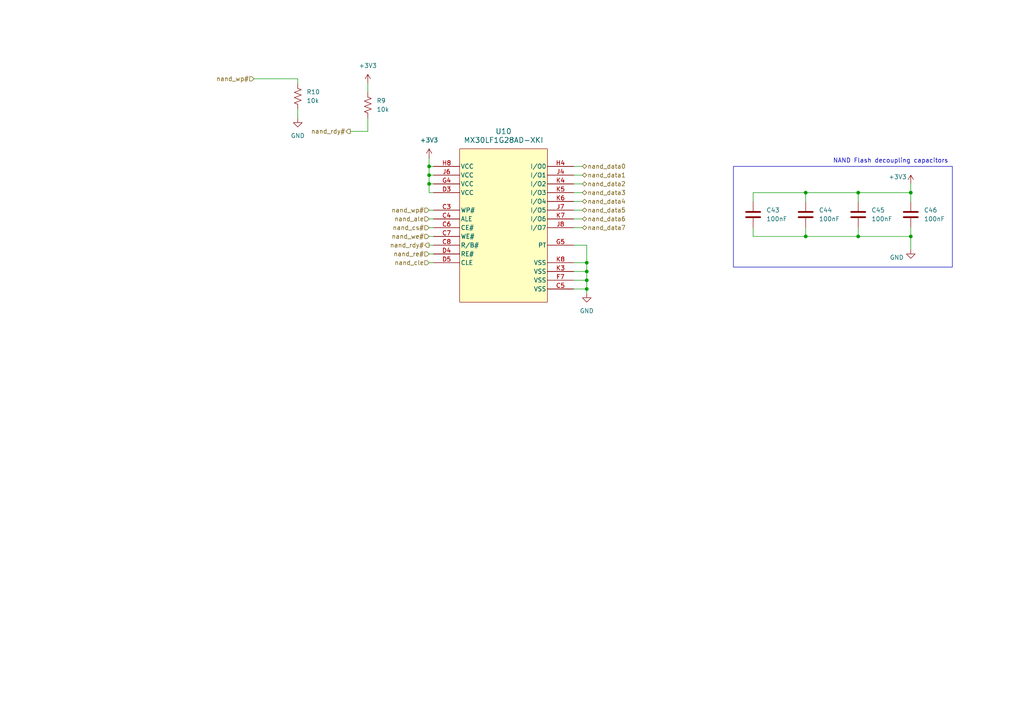
<source format=kicad_sch>
(kicad_sch (version 20250114) (generator "eeschema") (generator_version "9.0")
  (paper "A4")
  (lib_symbols
    (symbol "Device:C" (pin_numbers (hide yes)) (pin_names (offset 0.254))
      (property "Reference" "C" (at 0.635 2.54 0))
      (property "Value" "C" (at 0.635 -2.54 0))
      (symbol "C_0_1"
        (polyline (pts (xy -2.032 0.762) (xy 2.032 0.762)) (stroke (width 0.508)))
        (polyline (pts (xy -2.032 -0.762) (xy 2.032 -0.762)) (stroke (width 0.508)))
      )
      (symbol "C_1_1"
        (pin passive line (at 0 3.81 270) (length 2.794) (name "~") (number "1"))
        (pin passive line (at 0 -3.81 90) (length 2.794) (name "~") (number "2"))
      )
    )
    (symbol "Device:R_US" (pin_numbers (hide yes)) (pin_names (offset 0))
      (property "Reference" "R" (at 2.54 0 90))
      (property "Value" "R_US" (at -2.54 0 90))
      (symbol "R_US_0_1"
        (polyline (pts (xy 0 2.286) (xy 0 2.54)))
        (polyline (pts (xy 0 2.286) (xy 1.016 1.905) (xy 0 1.524) (xy -1.016 1.143) (xy 0 0.762)))
        (polyline (pts (xy 0 0.762) (xy 1.016 0.381) (xy 0 0) (xy -1.016 -0.381) (xy 0 -0.762)))
        (polyline (pts (xy 0 -0.762) (xy 1.016 -1.143) (xy 0 -1.524) (xy -1.016 -1.905) (xy 0 -2.286)))
        (polyline (pts (xy 0 -2.286) (xy 0 -2.54)))
      )
      (symbol "R_US_1_1"
        (pin passive line (at 0 3.81 270) (length 1.27) (name "~") (number "1"))
        (pin passive line (at 0 -3.81 90) (length 1.27) (name "~") (number "2"))
      )
    )
    (symbol "cotti_mem:MX30LF1G28AD-XKI" (pin_names (offset 0.254))
      (property "Reference" "U" (at 19.304 27.178 0))
      (property "Value" "MX30LF1G28AD-XKI" (at 24.384 23.876 0))
      (symbol "MX30LF1G28AD-XKI_0_1"
        (pin power_in line (at -20.32 16.51 0) (length 7.62) (name "VCC") (number "H8"))
        (pin power_in line (at -20.32 13.97 0) (length 7.62) (name "VCC") (number "J6"))
        (pin power_in line (at -20.32 11.43 0) (length 7.62) (name "VCC") (number "G4"))
        (pin power_in line (at -20.32 8.89 0) (length 7.62) (name "VCC") (number "D3"))
        (pin input line (at -20.32 3.81 0) (length 7.62) (name "WP#") (number "C3"))
        (pin input line (at -20.32 1.27 0) (length 7.62) (name "ALE") (number "C4"))
        (pin input line (at -20.32 -1.27 0) (length 7.62) (name "CE#") (number "C6"))
        (pin input line (at -20.32 -3.81 0) (length 7.62) (name "WE#") (number "C7"))
        (pin output line (at -20.32 -6.35 0) (length 7.62) (name "R/B#") (number "C8"))
        (pin input line (at -20.32 -8.89 0) (length 7.62) (name "RE#") (number "D4"))
        (pin input line (at -20.32 -11.43 0) (length 7.62) (name "CLE") (number "D5"))
        (pin no_connect line (at -20.32 -17.78 0) (length 7.62) (hide yes) (name "NC") (number "M9"))
        (pin no_connect line (at -11.43 29.21 270) (length 7.62) (hide yes) (name "NC") (number "M1"))
        (pin no_connect line (at -11.43 -30.48 90) (length 7.62) (hide yes) (name "NC") (number "A1"))
        (pin no_connect line (at -10.16 29.21 270) (length 7.62) (hide yes) (name "NC") (number "L9"))
        (pin no_connect line (at -10.16 -30.48 90) (length 7.62) (hide yes) (name "NC") (number "A10"))
        (pin no_connect line (at -8.89 29.21 270) (length 7.62) (hide yes) (name "NC") (number "L2"))
        (pin no_connect line (at -8.89 -30.48 90) (length 7.62) (hide yes) (name "NC") (number "A2"))
        (pin no_connect line (at -7.62 29.21 270) (length 7.62) (hide yes) (name "NC") (number "L10"))
        (pin no_connect line (at -7.62 -30.48 90) (length 7.62) (hide yes) (name "NC") (number "A9"))
        (pin no_connect line (at -6.35 29.21 270) (length 7.62) (hide yes) (name "NC") (number "E8"))
        (pin no_connect line (at -6.35 -30.48 90) (length 7.62) (hide yes) (name "NC") (number "B1"))
        (pin no_connect line (at -5.08 29.21 270) (length 7.62) (hide yes) (name "NC") (number "F4"))
        (pin no_connect line (at -5.08 -30.48 90) (length 7.62) (hide yes) (name "NC") (number "B10"))
        (pin no_connect line (at -3.81 29.21 270) (length 7.62) (hide yes) (name "NC") (number "F3"))
        (pin no_connect line (at -3.81 -30.48 90) (length 7.62) (hide yes) (name "NC") (number "B9"))
        (pin no_connect line (at -2.54 29.21 270) (length 7.62) (hide yes) (name "NC") (number "F5"))
        (pin no_connect line (at -2.54 -30.48 90) (length 7.62) (hide yes) (name "NC") (number "D6"))
        (pin no_connect line (at -1.27 29.21 270) (length 7.62) (hide yes) (name "NC") (number "F6"))
        (pin no_connect line (at -1.27 -30.48 90) (length 7.62) (hide yes) (name "NC") (number "D7"))
        (pin no_connect line (at 0 29.21 270) (length 7.62) (hide yes) (name "NC") (number "F8"))
        (pin no_connect line (at 0 -30.48 90) (length 7.62) (hide yes) (name "NC") (number "D8"))
        (pin no_connect line (at 1.27 29.21 270) (length 7.62) (hide yes) (name "NC") (number "G3"))
        (pin no_connect line (at 1.27 -30.48 90) (length 7.62) (hide yes) (name "NC") (number "E3"))
        (pin no_connect line (at 2.54 29.21 270) (length 7.62) (hide yes) (name "NC") (number "G6"))
        (pin no_connect line (at 2.54 -30.48 90) (length 7.62) (hide yes) (name "NC") (number "E4"))
        (pin no_connect line (at 3.81 29.21 270) (length 7.62) (hide yes) (name "NC") (number "G7"))
        (pin no_connect line (at 3.81 -30.48 90) (length 7.62) (hide yes) (name "NC") (number "E5"))
        (pin no_connect line (at 5.08 29.21 270) (length 7.62) (hide yes) (name "NC") (number "G8"))
        (pin no_connect line (at 5.08 -30.48 90) (length 7.62) (hide yes) (name "NC") (number "E6"))
        (pin no_connect line (at 6.35 29.21 270) (length 7.62) (hide yes) (name "NC") (number "J3"))
        (pin no_connect line (at 6.35 -30.48 90) (length 7.62) (hide yes) (name "NC") (number "E7"))
        (pin no_connect line (at 7.62 29.21 270) (length 7.62) (hide yes) (name "NC") (number "J5"))
        (pin no_connect line (at 7.62 -30.48 90) (length 7.62) (hide yes) (name "NC") (number "H3"))
        (pin no_connect line (at 8.89 29.21 270) (length 7.62) (hide yes) (name "NC") (number "L1"))
        (pin no_connect line (at 8.89 -30.48 90) (length 7.62) (hide yes) (name "NC") (number "H5"))
        (pin no_connect line (at 10.16 29.21 270) (length 7.62) (hide yes) (name "NC") (number "M10"))
        (pin no_connect line (at 10.16 -30.48 90) (length 7.62) (hide yes) (name "NC") (number "H6"))
        (pin no_connect line (at 11.43 29.21 270) (length 7.62) (hide yes) (name "NC") (number "M2"))
        (pin no_connect line (at 11.43 -30.48 90) (length 7.62) (hide yes) (name "NC") (number "H7"))
        (pin bidirectional line (at 20.32 16.51 180) (length 7.62) (name "I/O0") (number "H4"))
        (pin bidirectional line (at 20.32 13.97 180) (length 7.62) (name "I/O1") (number "J4"))
        (pin bidirectional line (at 20.32 11.43 180) (length 7.62) (name "I/O2") (number "K4"))
        (pin bidirectional line (at 20.32 8.89 180) (length 7.62) (name "I/O3") (number "K5"))
        (pin bidirectional line (at 20.32 6.35 180) (length 7.62) (name "I/O4") (number "K6"))
        (pin bidirectional line (at 20.32 3.81 180) (length 7.62) (name "I/O5") (number "J7"))
        (pin bidirectional line (at 20.32 1.27 180) (length 7.62) (name "I/O6") (number "K7"))
        (pin bidirectional line (at 20.32 -1.27 180) (length 7.62) (name "I/O7") (number "J8"))
        (pin input line (at 20.32 -6.35 180) (length 7.62) (name "PT") (number "G5"))
      )
      (symbol "MX30LF1G28AD-XKI_1_1"
        (rectangle (start -12.7 21.59) (end 12.7 -22.86) (fill (type background)))
        (pin power_in line (at 20.32 -11.43 180) (length 7.62) (name "VSS") (number "K8"))
        (pin power_in line (at 20.32 -13.97 180) (length 7.62) (name "VSS") (number "K3"))
        (pin power_in line (at 20.32 -16.51 180) (length 7.62) (name "VSS") (number "F7"))
        (pin power_in line (at 20.32 -19.05 180) (length 7.62) (name "VSS") (number "C5"))
      )
    )
    (symbol "power:+3V3" (power) (pin_numbers (hide yes)) (pin_names (offset 0) (hide yes))
      (property "Value" "+3V3" (at 0 3.556 0))
      (symbol "+3V3_0_1"
        (polyline (pts (xy -0.762 1.27) (xy 0 2.54)))
        (polyline (pts (xy 0 2.54) (xy 0.762 1.27)))
        (polyline (pts (xy 0 0) (xy 0 2.54)))
      )
      (symbol "+3V3_1_1"
        (pin power_in line (at 0 0 90) (length 0) (name "~") (number "1"))
      )
    )
    (symbol "power:GND" (power) (pin_numbers (hide yes)) (pin_names (offset 0) (hide yes))
      (property "Value" "GND" (at 0 -3.81 0))
      (symbol "GND_0_1"
        (polyline (pts (xy 0 0) (xy 0 -1.27) (xy 1.27 -1.27) (xy 0 -2.54) (xy -1.27 -1.27) (xy 0 -1.27)))
      )
      (symbol "GND_1_1"
        (pin power_in line (at 0 0 270) (length 0) (name "~") (number "1"))
      )
    )
  )
  (rectangle (start 212.725 48.26) (end 276.225 77.47))
  (text "NAND Flash decoupling capacitors" (at 258.318 46.736 0) (effects (font (size 1.27 1.27))))
  (junction (at 170.18 81.28))
  (junction (at 170.18 83.82))
  (junction (at 124.46 53.34))
  (junction (at 264.16 68.58))
  (junction (at 170.18 78.74))
  (junction (at 124.46 50.8))
  (junction (at 170.18 76.2))
  (junction (at 233.68 68.58))
  (junction (at 233.68 55.88))
  (junction (at 264.16 55.88))
  (junction (at 248.92 55.88))
  (junction (at 248.92 68.58))
  (junction (at 124.46 48.26))
  (wire (pts (xy 166.37 60.96) (xy 168.91 60.96)))
  (wire (pts (xy 166.37 48.26) (xy 168.91 48.26)))
  (wire (pts (xy 264.16 68.58) (xy 264.16 72.39)))
  (wire (pts (xy 124.46 48.26) (xy 125.73 48.26)))
  (wire (pts (xy 233.68 66.04) (xy 233.68 68.58)))
  (wire (pts (xy 124.46 76.2) (xy 125.73 76.2)))
  (wire (pts (xy 124.46 68.58) (xy 125.73 68.58)))
  (wire (pts (xy 86.36 31.75) (xy 86.36 34.29)))
  (wire (pts (xy 101.6 38.1) (xy 106.68 38.1)))
  (wire (pts (xy 124.46 63.5) (xy 125.73 63.5)))
  (wire (pts (xy 248.92 55.88) (xy 264.16 55.88)))
  (wire (pts (xy 124.46 60.96) (xy 125.73 60.96)))
  (wire (pts (xy 264.16 55.88) (xy 264.16 58.42)))
  (wire (pts (xy 264.16 66.04) (xy 264.16 68.58)))
  (wire (pts (xy 106.68 24.13) (xy 106.68 26.67)))
  (wire (pts (xy 233.68 55.88) (xy 248.92 55.88)))
  (wire (pts (xy 170.18 83.82) (xy 170.18 85.09)))
  (wire (pts (xy 233.68 55.88) (xy 233.68 58.42)))
  (wire (pts (xy 125.73 55.88) (xy 124.46 55.88)))
  (wire (pts (xy 166.37 55.88) (xy 168.91 55.88)))
  (wire (pts (xy 124.46 50.8) (xy 125.73 50.8)))
  (wire (pts (xy 124.46 73.66) (xy 125.73 73.66)))
  (wire (pts (xy 166.37 58.42) (xy 168.91 58.42)))
  (wire (pts (xy 233.68 68.58) (xy 248.92 68.58)))
  (wire (pts (xy 166.37 53.34) (xy 168.91 53.34)))
  (wire (pts (xy 124.46 48.26) (xy 124.46 50.8)))
  (wire (pts (xy 124.46 66.04) (xy 125.73 66.04)))
  (wire (pts (xy 166.37 76.2) (xy 170.18 76.2)))
  (wire (pts (xy 106.68 34.29) (xy 106.68 38.1)))
  (wire (pts (xy 170.18 71.12) (xy 170.18 76.2)))
  (wire (pts (xy 218.44 66.04) (xy 218.44 68.58)))
  (wire (pts (xy 166.37 78.74) (xy 170.18 78.74)))
  (wire (pts (xy 124.46 50.8) (xy 124.46 53.34)))
  (wire (pts (xy 248.92 55.88) (xy 248.92 58.42)))
  (wire (pts (xy 218.44 58.42) (xy 218.44 55.88)))
  (wire (pts (xy 124.46 45.72) (xy 124.46 48.26)))
  (wire (pts (xy 166.37 63.5) (xy 168.91 63.5)))
  (wire (pts (xy 166.37 66.04) (xy 168.91 66.04)))
  (wire (pts (xy 124.46 71.12) (xy 125.73 71.12)))
  (wire (pts (xy 218.44 68.58) (xy 233.68 68.58)))
  (wire (pts (xy 218.44 55.88) (xy 233.68 55.88)))
  (wire (pts (xy 166.37 83.82) (xy 170.18 83.82)))
  (wire (pts (xy 86.36 22.86) (xy 86.36 24.13)))
  (wire (pts (xy 170.18 78.74) (xy 170.18 81.28)))
  (wire (pts (xy 124.46 53.34) (xy 124.46 55.88)))
  (wire (pts (xy 124.46 53.34) (xy 125.73 53.34)))
  (wire (pts (xy 166.37 81.28) (xy 170.18 81.28)))
  (wire (pts (xy 170.18 81.28) (xy 170.18 83.82)))
  (wire (pts (xy 248.92 68.58) (xy 264.16 68.58)))
  (wire (pts (xy 73.66 22.86) (xy 86.36 22.86)))
  (wire (pts (xy 264.16 53.34) (xy 264.16 55.88)))
  (wire (pts (xy 166.37 50.8) (xy 168.91 50.8)))
  (wire (pts (xy 166.37 71.12) (xy 170.18 71.12)))
  (wire (pts (xy 170.18 76.2) (xy 170.18 78.74)))
  (wire (pts (xy 248.92 66.04) (xy 248.92 68.58)))
  (hierarchical_label "nand_cs#" (shape input) (at 124.46 66.04 180))
  (hierarchical_label "nand_data1" (shape bidirectional) (at 168.91 50.8 0))
  (hierarchical_label "nand_cle" (shape input) (at 124.46 76.2 180))
  (hierarchical_label "nand_data7" (shape bidirectional) (at 168.91 66.04 0))
  (hierarchical_label "nand_data0" (shape bidirectional) (at 168.91 48.26 0))
  (hierarchical_label "nand_wp#" (shape input) (at 73.66 22.86 180))
  (hierarchical_label "nand_data4" (shape bidirectional) (at 168.91 58.42 0))
  (hierarchical_label "nand_data6" (shape bidirectional) (at 168.91 63.5 0))
  (hierarchical_label "nand_ale" (shape input) (at 124.46 63.5 180))
  (hierarchical_label "nand_re#" (shape input) (at 124.46 73.66 180))
  (hierarchical_label "nand_data5" (shape bidirectional) (at 168.91 60.96 0))
  (hierarchical_label "nand_wp#" (shape input) (at 124.46 60.96 180))
  (hierarchical_label "nand_rdy#" (shape output) (at 124.46 71.12 180))
  (hierarchical_label "nand_data2" (shape bidirectional) (at 168.91 53.34 0))
  (hierarchical_label "nand_rdy#" (shape output) (at 101.6 38.1 180))
  (hierarchical_label "nand_data3" (shape bidirectional) (at 168.91 55.88 0))
  (hierarchical_label "nand_we#" (shape input) (at 124.46 68.58 180))
  (symbol (lib_id "Device:R_US") (at 86.36 27.94 0) (unit 1)
    (property "Reference" "R10" (at 88.9 26.6699 0) (effects (justify left)))
    (property "Value" "10k" (at 88.9 29.2099 0) (effects (justify left)))
    (property "Footprint" "Resistor_SMD:R_0805_2012Metric_Pad1.20x1.40mm_HandSolder" (effects (hide yes)))
    (property "Datasheet" "https://www.yageogroup.com/content/datasheet/asset/file/PYU-RC_GROUP_51_ROHS_L" (effects (hide yes)))
    (property "Description" "Resistor, US symbol" (effects (hide yes)))
    (property "Digikey" "https://www.digikey.com/en/products/detail/yageo/RC0805FR-1310KL/13694107" (effects (hide yes)))
    (property "Mfr." "YAGEO" (effects (hide yes)))
    (property "Mfr. P/N" "RC0805FR-1310KL" (effects (hide yes)))
  )
  (symbol (lib_id "power:GND") (at 170.18 85.09 0) (unit 1)
    (property "Reference" "#PWR065" (effects (hide yes)))
    (property "Value" "GND" (at 170.18 90.17 0))
    (property "Description" "Power symbol creates a global label with name \"GND\" , ground" (effects (hide yes)))
  )
  (symbol (lib_id "Device:R_US") (at 106.68 30.48 0) (unit 1)
    (property "Reference" "R9" (at 109.22 29.2099 0) (effects (justify left)))
    (property "Value" "10k" (at 109.22 31.7499 0) (effects (justify left)))
    (property "Footprint" "Resistor_SMD:R_0805_2012Metric_Pad1.20x1.40mm_HandSolder" (effects (hide yes)))
    (property "Datasheet" "https://www.yageogroup.com/content/datasheet/asset/file/PYU-RC_GROUP_51_ROHS_L" (effects (hide yes)))
    (property "Description" "Resistor, US symbol" (effects (hide yes)))
    (property "Digikey" "https://www.digikey.com/en/products/detail/yageo/RC0805FR-1310KL/13694107" (effects (hide yes)))
    (property "Mfr." "YAGEO" (effects (hide yes)))
    (property "Mfr. P/N" "RC0805FR-1310KL" (effects (hide yes)))
  )
  (symbol (lib_id "power:+3V3") (at 264.16 53.34 0) (unit 1)
    (property "Reference" "#PWR070" (effects (hide yes)))
    (property "Value" "+3V3" (at 260.35 51.308 0))
    (property "Description" "Power symbol creates a global label with name \"+3V3\"" (effects (hide yes)))
  )
  (symbol (lib_id "Device:C") (at 233.68 62.23 0) (unit 1)
    (property "Reference" "C44" (at 237.49 60.9599 0) (effects (justify left)))
    (property "Value" "100nF" (at 237.49 63.4999 0) (effects (justify left)))
    (property "Footprint" "Capacitor_SMD:C_0805_2012Metric_Pad1.18x1.45mm_HandSolder" (effects (hide yes)))
    (property "Datasheet" "https://mm.digikey.com/Volume0/opasdata/d220001/medias/docus/1284/CL21B104KACNNNC_Spec.pdf" (effects (hide yes)))
    (property "Description" "Unpolarized capacitor" (effects (hide yes)))
    (property "Digikey" "https://www.digikey.com/en/products/detail/samsung-electro-mechanics/CL21B104KACNNNC/3886757" (effects (hide yes)))
    (property "Mfr." "Samsung Electro-Mechanics" (effects (hide yes)))
    (property "Mfr. P/N" "CL21B104KACNNNC" (effects (hide yes)))
  )
  (symbol (lib_id "power:+3V3") (at 106.68 24.13 0) (unit 1)
    (property "Reference" "#PWR077" (effects (hide yes)))
    (property "Value" "+3V3" (at 106.68 19.05 0))
    (property "Description" "Power symbol creates a global label with name \"+3V3\"" (effects (hide yes)))
  )
  (symbol (lib_id "cotti_mem:MX30LF1G28AD-XKI") (at 146.05 64.77 0) (unit 1)
    (property "Reference" "U10" (at 146.05 38.1 0) (effects (font (size 1.524 1.524))))
    (property "Value" "MX30LF1G28AD-XKI" (at 146.05 40.64 0) (effects (font (size 1.524 1.524))))
    (property "Footprint" "cotti_footprints:VFBGA63_9X11_MAC-M" (effects (hide yes)))
    (property "Datasheet" "https://www.macronix.com/Lists/Datasheet/Attachments/8863/MX30LF2G28AD,%203V,%202Gb,%20v1.3.pdf" (effects (hide yes)))
    (property "Description" "FLASH - NAND 1GBIT PARALLEL 63VFBGA 128M x 8" (effects (hide yes)))
    (property "Digikey" "https://www.digikey.com/en/products/detail/macronix/MX30LF1G28AD-XKI/13420750" (effects (hide yes)))
    (property "Mfr." "Macronix" (effects (hide yes)))
    (property "Mfr. P/N" "MX30LF1G28AD-XKI" (effects (hide yes)))
  )
  (symbol (lib_id "Device:C") (at 218.44 62.23 0) (unit 1)
    (property "Reference" "C43" (at 222.25 60.9599 0) (effects (justify left)))
    (property "Value" "100nF" (at 222.25 63.4999 0) (effects (justify left)))
    (property "Footprint" "Capacitor_SMD:C_0805_2012Metric_Pad1.18x1.45mm_HandSolder" (effects (hide yes)))
    (property "Datasheet" "https://mm.digikey.com/Volume0/opasdata/d220001/medias/docus/1284/CL21B104KACNNNC_Spec.pdf" (effects (hide yes)))
    (property "Description" "Unpolarized capacitor" (effects (hide yes)))
    (property "Digikey" "https://www.digikey.com/en/products/detail/samsung-electro-mechanics/CL21B104KACNNNC/3886757" (effects (hide yes)))
    (property "Mfr." "Samsung Electro-Mechanics" (effects (hide yes)))
    (property "Mfr. P/N" "CL21B104KACNNNC" (effects (hide yes)))
  )
  (symbol (lib_id "power:GND") (at 86.36 34.29 0) (unit 1)
    (property "Reference" "#PWR078" (effects (hide yes)))
    (property "Value" "GND" (at 86.36 39.37 0))
    (property "Description" "Power symbol creates a global label with name \"GND\" , ground" (effects (hide yes)))
  )
  (symbol (lib_id "power:GND") (at 264.16 72.39 0) (unit 1)
    (property "Reference" "#PWR071" (effects (hide yes)))
    (property "Value" "GND" (at 260.096 74.676 0))
    (property "Description" "Power symbol creates a global label with name \"GND\" , ground" (effects (hide yes)))
  )
  (symbol (lib_id "power:+3V3") (at 124.46 45.72 0) (unit 1)
    (property "Reference" "#PWR064" (effects (hide yes)))
    (property "Value" "+3V3" (at 124.46 40.64 0))
    (property "Description" "Power symbol creates a global label with name \"+3V3\"" (effects (hide yes)))
  )
  (symbol (lib_id "Device:C") (at 264.16 62.23 0) (unit 1)
    (property "Reference" "C46" (at 267.97 60.9599 0) (effects (justify left)))
    (property "Value" "100nF" (at 267.97 63.4999 0) (effects (justify left)))
    (property "Footprint" "Capacitor_SMD:C_0805_2012Metric_Pad1.18x1.45mm_HandSolder" (effects (hide yes)))
    (property "Datasheet" "https://mm.digikey.com/Volume0/opasdata/d220001/medias/docus/1284/CL21B104KACNNNC_Spec.pdf" (effects (hide yes)))
    (property "Description" "Unpolarized capacitor" (effects (hide yes)))
    (property "Digikey" "https://www.digikey.com/en/products/detail/samsung-electro-mechanics/CL21B104KACNNNC/3886757" (effects (hide yes)))
    (property "Mfr." "Samsung Electro-Mechanics" (effects (hide yes)))
    (property "Mfr. P/N" "CL21B104KACNNNC" (effects (hide yes)))
  )
  (symbol (lib_id "Device:C") (at 248.92 62.23 0) (unit 1)
    (property "Reference" "C45" (at 252.73 60.9599 0) (effects (justify left)))
    (property "Value" "100nF" (at 252.73 63.4999 0) (effects (justify left)))
    (property "Footprint" "Capacitor_SMD:C_0805_2012Metric_Pad1.18x1.45mm_HandSolder" (effects (hide yes)))
    (property "Datasheet" "https://mm.digikey.com/Volume0/opasdata/d220001/medias/docus/1284/CL21B104KACNNNC_Spec.pdf" (effects (hide yes)))
    (property "Description" "Unpolarized capacitor" (effects (hide yes)))
    (property "Digikey" "https://www.digikey.com/en/products/detail/samsung-electro-mechanics/CL21B104KACNNNC/3886757" (effects (hide yes)))
    (property "Mfr." "Samsung Electro-Mechanics" (effects (hide yes)))
    (property "Mfr. P/N" "CL21B104KACNNNC" (effects (hide yes)))
  )
)
</source>
